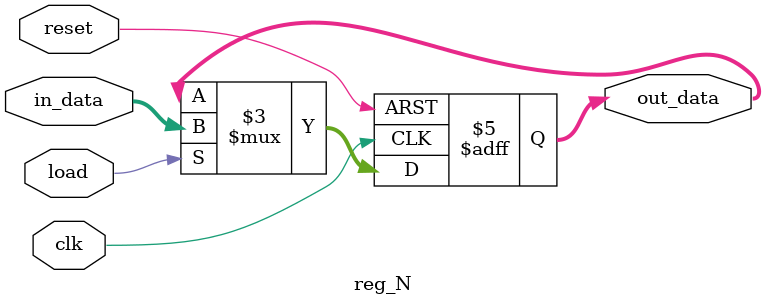
<source format=v>
`timescale 1ns / 1ps


module reg_N   
  #(parameter N = 8)
      (
        input  clk,
         input  reset,
         input [N-1:0] in_data,
input   load,
        output  reg [N-1:0] out_data  
    );
     
      always @(posedge clk, posedge reset) 
        if(reset)
          out_data <= 0;
else if(load == 1)
		  out_data <= in_data;
     endmodule


</source>
